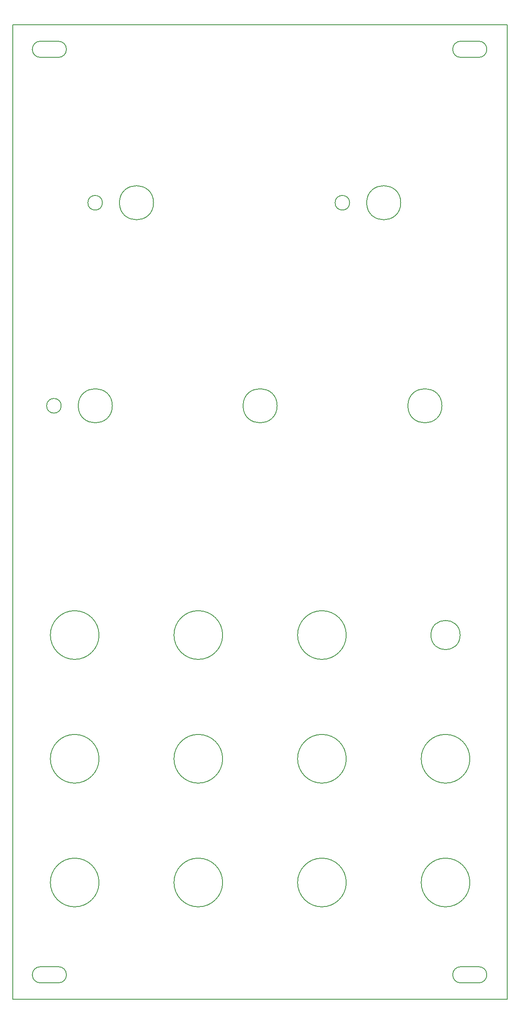
<source format=gbr>
G04 #@! TF.GenerationSoftware,KiCad,Pcbnew,(6.0.2)*
G04 #@! TF.CreationDate,2022-04-18T11:06:33+01:00*
G04 #@! TF.ProjectId,VCO_KiCad_Project-20220418,56434f5f-4b69-4436-9164-5f50726f6a65,rev?*
G04 #@! TF.SameCoordinates,Original*
G04 #@! TF.FileFunction,Profile,NP*
%FSLAX46Y46*%
G04 Gerber Fmt 4.6, Leading zero omitted, Abs format (unit mm)*
G04 Created by KiCad (PCBNEW (6.0.2)) date 2022-04-18 11:06:33*
%MOMM*%
%LPD*%
G01*
G04 APERTURE LIST*
G04 #@! TA.AperFunction,Profile*
%ADD10C,0.200000*%
G04 #@! TD*
G04 APERTURE END LIST*
D10*
X112384640Y-7392820D02*
X116184640Y-7392820D01*
X135684640Y-40542820D02*
G75*
G03*
X135684640Y-40542820I-3500000J0D01*
G01*
X125184640Y-40542820D02*
G75*
G03*
X125184640Y-40542820I-1500000J0D01*
G01*
X202564640Y-200692820D02*
X198764640Y-200692820D01*
X161084640Y-82227820D02*
G75*
G03*
X161084640Y-82227820I-3500000J0D01*
G01*
X197164640Y-8992820D02*
X197164640Y-9092820D01*
X110784640Y-9092820D02*
X110784640Y-8992820D01*
X198764640Y-197392820D02*
X202564640Y-197392820D01*
X175284640Y-154692820D02*
G75*
G03*
X175284640Y-154692820I-5000000J0D01*
G01*
X202564640Y-200692820D02*
G75*
G03*
X204164640Y-199092820I1J1599999D01*
G01*
X204164640Y-198992820D02*
G75*
G03*
X202564640Y-197392820I-1599999J1D01*
G01*
X117784640Y-198992820D02*
X117784640Y-199092820D01*
X106784640Y-4042820D02*
X208384640Y-4042820D01*
X112384640Y-197392820D02*
X116184640Y-197392820D01*
X116184640Y-10692820D02*
G75*
G03*
X117784640Y-9092820I1J1599999D01*
G01*
X127219640Y-82227820D02*
G75*
G03*
X127219640Y-82227820I-3500000J0D01*
G01*
X197164640Y-199092820D02*
G75*
G03*
X198764640Y-200692820I1599999J-1D01*
G01*
X204164640Y-198992820D02*
X204164640Y-199092820D01*
X112384640Y-7392820D02*
G75*
G03*
X110784640Y-8992820I-1J-1599999D01*
G01*
X198764640Y-7392820D02*
G75*
G03*
X197164640Y-8992820I-1J-1599999D01*
G01*
X149884640Y-129292820D02*
G75*
G03*
X149884640Y-129292820I-5000000J0D01*
G01*
X200684640Y-180092820D02*
G75*
G03*
X200684640Y-180092820I-5000000J0D01*
G01*
X204164640Y-9092820D02*
X204164640Y-8992820D01*
X208384640Y-204042820D02*
X106784640Y-204042820D01*
X124484640Y-154692820D02*
G75*
G03*
X124484640Y-154692820I-5000000J0D01*
G01*
X116184640Y-10692820D02*
X112384640Y-10692820D01*
X194949640Y-82227820D02*
G75*
G03*
X194949640Y-82227820I-3500000J0D01*
G01*
X110784640Y-9092820D02*
G75*
G03*
X112384640Y-10692820I1599999J-1D01*
G01*
X110784640Y-199092820D02*
X110784640Y-198992820D01*
X200684640Y-154692820D02*
G75*
G03*
X200684640Y-154692820I-5000000J0D01*
G01*
X175284640Y-129292820D02*
G75*
G03*
X175284640Y-129292820I-5000000J0D01*
G01*
X149884640Y-180092820D02*
G75*
G03*
X149884640Y-180092820I-5000000J0D01*
G01*
X117784640Y-198992820D02*
G75*
G03*
X116184640Y-197392820I-1599999J1D01*
G01*
X198684640Y-129292820D02*
G75*
G03*
X198684640Y-129292820I-3000000J0D01*
G01*
X110784640Y-199092820D02*
G75*
G03*
X112384640Y-200692820I1599999J-1D01*
G01*
X117784640Y-8992820D02*
G75*
G03*
X116184640Y-7392820I-1599999J1D01*
G01*
X202564640Y-10692820D02*
G75*
G03*
X204164640Y-9092820I1J1599999D01*
G01*
X186484640Y-40542820D02*
G75*
G03*
X186484640Y-40542820I-3500000J0D01*
G01*
X208384640Y-4042820D02*
X208384640Y-204042820D01*
X202564640Y-7392820D02*
X198764640Y-7392820D01*
X124484640Y-180092820D02*
G75*
G03*
X124484640Y-180092820I-5000000J0D01*
G01*
X124484640Y-129292820D02*
G75*
G03*
X124484640Y-129292820I-5000000J0D01*
G01*
X116184640Y-200692820D02*
X112384640Y-200692820D01*
X117784640Y-8992820D02*
X117784640Y-9092820D01*
X198764640Y-197392820D02*
G75*
G03*
X197164640Y-198992820I-1J-1599999D01*
G01*
X149884640Y-154692820D02*
G75*
G03*
X149884640Y-154692820I-5000000J0D01*
G01*
X197164640Y-199092820D02*
X197164640Y-198992820D01*
X175984640Y-40542820D02*
G75*
G03*
X175984640Y-40542820I-1500000J0D01*
G01*
X197164640Y-9092820D02*
G75*
G03*
X198764640Y-10692820I1599999J-1D01*
G01*
X116184640Y-200692820D02*
G75*
G03*
X117784640Y-199092820I1J1599999D01*
G01*
X116719640Y-82227820D02*
G75*
G03*
X116719640Y-82227820I-1500000J0D01*
G01*
X204164640Y-8992820D02*
G75*
G03*
X202564640Y-7392820I-1599999J1D01*
G01*
X112384640Y-197392820D02*
G75*
G03*
X110784640Y-198992820I-1J-1599999D01*
G01*
X175284640Y-180092820D02*
G75*
G03*
X175284640Y-180092820I-5000000J0D01*
G01*
X106784640Y-204042820D02*
X106784640Y-4042820D01*
X198764640Y-10692820D02*
X202564640Y-10692820D01*
M02*

</source>
